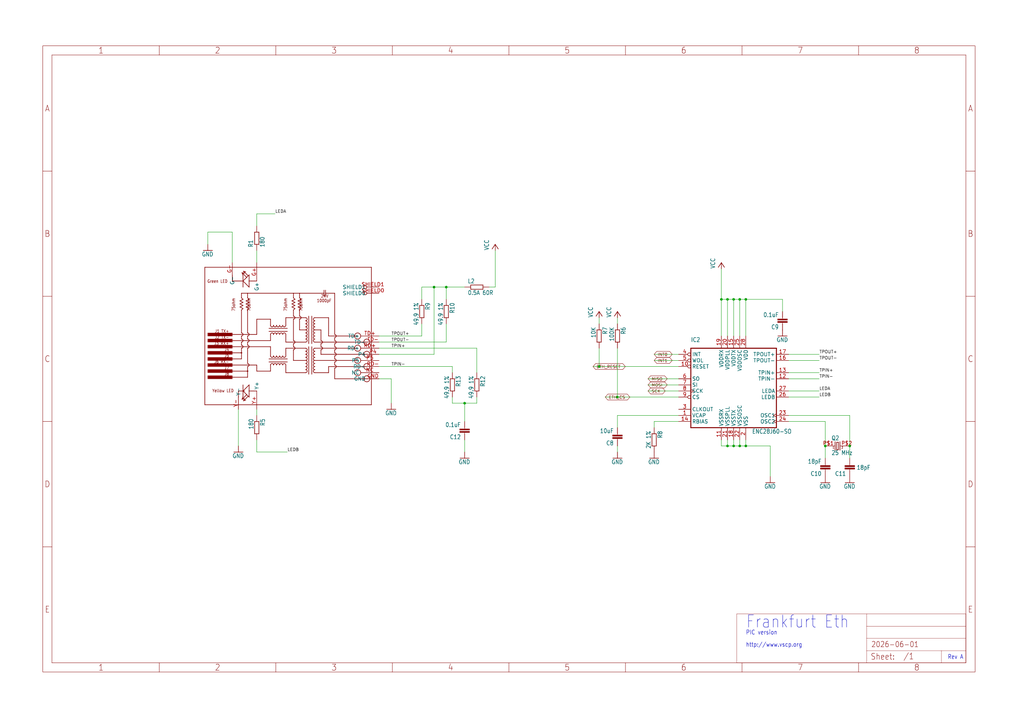
<source format=kicad_sch>
(kicad_sch (version 20250114) (generator "eeschema") (generator_version "9.0")
  (paper "User" 425.45 298.602)
  (lib_symbols
    (symbol "frankfurt_eth_pic-eagle-import:A3L-LOC"
      (symbol "A3L-LOC_1_0"
        (text "A" (at 1.905 234.315 0) (effects (font (size 2.54 2.286))))
        (text "B" (at 1.905 182.245 0) (effects (font (size 2.54 2.286))))
        (text "C" (at 1.905 130.175 0) (effects (font (size 2.54 2.286))))
        (text "D" (at 1.905 78.105 0) (effects (font (size 2.54 2.286))))
        (text "E" (at 1.905 26.035 0) (effects (font (size 2.54 2.286))))
        (text "1" (at 24.2094 258.445 0) (effects (font (size 2.54 2.286))))
        (text "1" (at 24.2094 1.905 0) (effects (font (size 2.54 2.286))))
        (text "2" (at 72.6281 258.445 0) (effects (font (size 2.54 2.286))))
        (text "2" (at 72.6281 1.905 0) (effects (font (size 2.54 2.286))))
        (text "3" (at 121.0469 258.445 0) (effects (font (size 2.54 2.286))))
        (text "3" (at 121.0469 1.905 0) (effects (font (size 2.54 2.286))))
        (text "4" (at 169.4656 258.445 0) (effects (font (size 2.54 2.286))))
        (text "4" (at 169.4656 1.905 0) (effects (font (size 2.54 2.286))))
        (text "5" (at 217.8844 258.445 0) (effects (font (size 2.54 2.286))))
        (text "5" (at 217.8844 1.905 0) (effects (font (size 2.54 2.286))))
        (text "6" (at 266.3031 258.445 0) (effects (font (size 2.54 2.286))))
        (text "6" (at 266.3031 1.905 0) (effects (font (size 2.54 2.286))))
        (text "7" (at 314.7219 258.445 0) (effects (font (size 2.54 2.286))))
        (text "7" (at 314.7219 1.905 0) (effects (font (size 2.54 2.286))))
        (text "Sheet:" (at 343.916 4.953 0) (effects (font (size 2.54 2.159)) (justify left bottom)))
        (text "${PROJECTNAME}" (at 344.17 15.24 0) (effects (font (size 2.54 2.159)) (justify left bottom)))
        (text "${CURRENT_DATE}" (at 344.17 10.16 0) (effects (font (size 2.286 1.9431)) (justify left bottom)))
        (text "${#}/${##}" (at 357.505 5.08 0) (effects (font (size 2.54 2.159)) (justify left bottom)))
        (text "8" (at 363.1406 258.445 0) (effects (font (size 2.54 2.286))))
        (text "8" (at 363.1406 1.905 0) (effects (font (size 2.54 2.286))))
        (text "A" (at 385.445 234.315 0) (effects (font (size 2.54 2.286))))
        (text "B" (at 385.445 182.245 0) (effects (font (size 2.54 2.286))))
        (text "C" (at 385.445 130.175 0) (effects (font (size 2.54 2.286))))
        (text "D" (at 385.445 78.105 0) (effects (font (size 2.54 2.286))))
        (text "E" (at 385.445 26.035 0) (effects (font (size 2.54 2.286))))
      )
    )
    (symbol "frankfurt_eth_pic-eagle-import:C-EUC0805"
      (property "Reference" "C" (at 1.524 0.381 0))
      (symbol "C-EUC0805_1_0"
        (pin passive line (at 0 2.54 270) (length 2.54) (name "1") (number "1"))
        (pin passive line (at 0 -5.08 90) (length 2.54) (name "2") (number "2"))
      )
    )
    (symbol "frankfurt_eth_pic-eagle-import:ENC28J60-SO"
      (property "Reference" "IC" (at -20.32 22.86 0))
      (symbol "ENC28J60-SO_1_0"
        (pin output inverted (at -25.4 17.78 0) (length 5.08) (name "INT") (number "4"))
        (pin output inverted (at -25.4 15.24 0) (length 5.08) (name "WOL") (number "5"))
        (pin input inverted (at -25.4 12.7 0) (length 5.08) (name "RESET") (number "10"))
        (pin output line (at -25.4 7.62 0) (length 5.08) (name "SO") (number "6"))
        (pin input line (at -25.4 5.08 0) (length 5.08) (name "SI") (number "7"))
        (pin input clock (at -25.4 2.54 0) (length 5.08) (name "SCK") (number "8"))
        (pin input inverted (at -25.4 0 0) (length 5.08) (name "CS") (number "9"))
        (pin output line (at -25.4 -5.08 0) (length 5.08) (name "CLKOUT") (number "3"))
        (pin power_in line (at -25.4 -7.62 0) (length 5.08) (name "VCAP") (number "1"))
        (pin passive line (at -25.4 -10.16 0) (length 5.08) (name "RBIAS") (number "14"))
        (pin power_in line (at -7.62 25.4 270) (length 5.08) (name "VDDRX") (number "19"))
        (pin power_in line (at -7.62 -17.78 90) (length 5.08) (name "VSSRX") (number "11"))
        (pin power_in line (at -5.08 25.4 270) (length 5.08) (name "VDDPLL") (number "20"))
        (pin power_in line (at -5.08 -17.78 90) (length 5.08) (name "VSSPLL") (number "21"))
        (pin power_in line (at -2.54 25.4 270) (length 5.08) (name "VDDTX") (number "15"))
        (pin power_in line (at -2.54 -17.78 90) (length 5.08) (name "VSSTX") (number "18"))
        (pin power_in line (at 0 25.4 270) (length 5.08) (name "VDDOSC") (number "25"))
        (pin power_in line (at 0 -17.78 90) (length 5.08) (name "VSSOSC") (number "22"))
        (pin power_in line (at 2.54 25.4 270) (length 5.08) (name "VDD") (number "28"))
        (pin power_in line (at 2.54 -17.78 90) (length 5.08) (name "VSS") (number "2"))
        (pin output line (at 20.32 17.78 180) (length 5.08) (name "TPOUT+") (number "17"))
        (pin output line (at 20.32 15.24 180) (length 5.08) (name "TPOUT-") (number "16"))
        (pin input line (at 20.32 10.16 180) (length 5.08) (name "TPIN+") (number "13"))
        (pin input line (at 20.32 7.62 180) (length 5.08) (name "TPIN-") (number "12"))
        (pin output line (at 20.32 2.54 180) (length 5.08) (name "LEDA") (number "27"))
        (pin output line (at 20.32 0 180) (length 5.08) (name "LEDB") (number "26"))
        (pin input clock (at 20.32 -7.62 180) (length 5.08) (name "OSC1") (number "23"))
        (pin output clock (at 20.32 -10.16 180) (length 5.08) (name "OSC2") (number "24"))
      )
    )
    (symbol "frankfurt_eth_pic-eagle-import:GND" (power)
      (symbol "GND_1_0"
        (pin power_in line (at 0 2.54 270) (length 2.54) (name "GND") (number "1"))
      )
    )
    (symbol "frankfurt_eth_pic-eagle-import:HC-49S"
      (symbol "HC-49S_1_0"
        (text "1" (at -2.159 -1.143 0) (effects (font (size 0.8636 0.734)) (justify left bottom)))
        (text "2" (at 1.524 -1.143 0) (effects (font (size 0.8636 0.734)) (justify left bottom)))
        (pin passive line (at -5.08 0 0) (length 2.54) (name "1") (number "P$1"))
        (pin passive line (at 5.08 0 180) (length 2.54) (name "2") (number "P$2"))
      )
    )
    (symbol "frankfurt_eth_pic-eagle-import:HR911105A"
      (symbol "HR911105A_1_0"
        (text "1000pF" (at -46.355 -13.97 0) (effects (font (size 1.27 1.0795)) (justify left bottom)))
        (text "2KV" (at -45.085 -15.875 0) (effects (font (size 1.27 1.0795)) (justify left bottom)))
        (text "75ohm" (at -34.29 -15.875 900) (effects (font (size 1.27 1.0795)) (justify left bottom)))
        (text "75ohm" (at -27.94 -15.875 900) (effects (font (size 1.27 1.0795)) (justify left bottom)))
        (text "75ohm" (at -12.7 -15.875 900) (effects (font (size 1.27 1.0795)) (justify left bottom)))
        (text "75ohm" (at -6.35 -15.875 900) (effects (font (size 1.27 1.0795)) (justify left bottom)))
        (text "Yellow LED" (at -5.715 23.495 0) (effects (font (size 1.27 1.0795)) (justify left bottom)))
        (text "J8" (at -3.81 16.51 0) (effects (font (size 1.27 1.0795)) (justify left bottom)))
        (text "J7" (at -3.81 13.97 0) (effects (font (size 1.27 1.0795)) (justify left bottom)))
        (text "J6 RX-" (at -3.81 11.43 0) (effects (font (size 1.27 1.0795)) (justify left bottom)))
        (text "J5" (at -3.81 8.89 0) (effects (font (size 1.27 1.0795)) (justify left bottom)))
        (text "J4" (at -3.81 6.35 0) (effects (font (size 1.27 1.0795)) (justify left bottom)))
        (text "J3 RX+" (at -3.81 3.81 0) (effects (font (size 1.27 1.0795)) (justify left bottom)))
        (text "J2 TX-" (at -3.81 1.27 0) (effects (font (size 1.27 1.0795)) (justify left bottom)))
        (text "J1 TX+" (at -3.81 -1.27 0) (effects (font (size 1.27 1.0795)) (justify left bottom)))
        (text "Green LED" (at -3.175 -23.495 0) (effects (font (size 1.27 1.0795)) (justify left top)))
        (pin bidirectional line (at -66.04 17.78 0) (length 5.08) (name "GND") (number "GND"))
        (pin bidirectional line (at -66.04 15.24 0) (length 7.62) (name "NC") (number "NC"))
        (pin bidirectional line (at -66.04 12.7 0) (length 5.08) (name "RD-") (number "RD-"))
        (pin bidirectional line (at -66.04 10.16 0) (length 7.62) (name "P5") (number "P5"))
        (pin bidirectional line (at -66.04 7.62 0) (length 5.08) (name "P4") (number "P4"))
        (pin bidirectional line (at -66.04 5.08 0) (length 7.62) (name "RD+") (number "RD+"))
        (pin bidirectional line (at -66.04 2.54 0) (length 5.08) (name "TD-") (number "TD-"))
        (pin bidirectional line (at -66.04 0 0) (length 7.62) (name "TD+") (number "TD+"))
        (pin bidirectional line (at -66.04 -17.78 0) (length 5.08) (name "SHIELD0") (number "SHIELD0"))
        (pin bidirectional line (at -66.04 -20.32 0) (length 5.08) (name "SHIELD1") (number "SHIELD1"))
        (pin bidirectional line (at -15.24 30.48 270) (length 7.62) (name "Y+") (number "Y+"))
        (pin bidirectional line (at -15.24 -30.48 90) (length 7.62) (name "G+") (number "G+"))
        (pin bidirectional line (at -7.62 30.48 270) (length 5.08) (name "Y-") (number "Y-"))
        (pin bidirectional line (at -5.08 -30.48 90) (length 5.08) (name "G-") (number "G-"))
      )
    )
    (symbol "frankfurt_eth_pic-eagle-import:R-EU_R0805"
      (property "Reference" "R" (at -3.81 1.4986 0))
      (symbol "R-EU_R0805_1_0"
        (pin passive line (at -5.08 0 0) (length 2.54) (name "1") (number "1"))
        (pin passive line (at 5.08 0 180) (length 2.54) (name "2") (number "2"))
      )
    )
    (symbol "frankfurt_eth_pic-eagle-import:VCC" (power)
      (symbol "VCC_1_0"
        (pin power_in line (at 0 -2.54 90) (length 2.54) (name "VCC") (number "1"))
      )
    )
  )
  (text "Rev A" (at 393.7 274.32 0) (effects (font (size 1.778 1.5113)) (justify left bottom)))
  (text "Frankfurt Eth" (at 309.88 261.62 0) (effects (font (size 5.08 4.318)) (justify left bottom)))
  (text "PIC version" (at 309.88 264.16 0) (effects (font (size 1.778 1.5113)) (justify left bottom)))
  (text "http://www.vscp.org" (at 309.88 269.24 0) (effects (font (size 1.778 1.5113)) (justify left bottom)))
  (junction (at 248.92 152.4))
  (junction (at 342.9 185.42))
  (junction (at 185.42 119.38))
  (junction (at 307.34 185.42))
  (junction (at 304.8 185.42))
  (junction (at 302.26 185.42))
  (junction (at 309.88 124.46))
  (junction (at 309.88 185.42))
  (junction (at 307.34 124.46))
  (junction (at 353.06 185.42))
  (junction (at 193.04 167.64))
  (junction (at 180.34 119.38))
  (junction (at 302.26 124.46))
  (junction (at 256.54 165.1))
  (junction (at 304.8 124.46))
  (junction (at 299.72 124.46))
  (wire (pts (xy 299.72 124.46) (xy 299.72 111.76)) (stroke (width 0.1524)))
  (wire (pts (xy 198.12 144.78) (xy 198.12 154.94)) (stroke (width 0.1524)))
  (wire (pts (xy 327.66 172.72) (xy 353.06 172.72)) (stroke (width 0.1524)))
  (wire (pts (xy 96.52 96.52) (xy 86.36 96.52)) (stroke (width 0.1524)))
  (wire (pts (xy 325.12 129.54) (xy 325.12 124.46)) (stroke (width 0.1524)))
  (wire (pts (xy 309.88 185.42) (xy 307.34 185.42)) (stroke (width 0.1524)))
  (wire (pts (xy 193.04 187.96) (xy 193.04 182.88)) (stroke (width 0.1524)))
  (wire (pts (xy 327.66 162.56) (xy 340.36 162.56)) (stroke (width 0.1524)))
  (wire (pts (xy 342.9 175.26) (xy 342.9 185.42)) (stroke (width 0.1524)))
  (wire (pts (xy 157.48 142.24) (xy 185.42 142.24)) (stroke (width 0.1524)))
  (wire (pts (xy 180.34 147.32) (xy 180.34 119.38)) (stroke (width 0.1524)))
  (wire (pts (xy 304.8 185.42) (xy 302.26 185.42)) (stroke (width 0.1524)))
  (wire (pts (xy 271.78 147.32) (xy 281.94 147.32)) (stroke (width 0.1524)))
  (wire (pts (xy 193.04 119.38) (xy 185.42 119.38)) (stroke (width 0.1524)))
  (wire (pts (xy 256.54 165.1) (xy 251.46 165.1)) (stroke (width 0.1524)))
  (wire (pts (xy 86.36 96.52) (xy 86.36 101.6)) (stroke (width 0.1524)))
  (wire (pts (xy 281.94 149.86) (xy 271.78 149.86)) (stroke (width 0.1524)))
  (wire (pts (xy 299.72 185.42) (xy 299.72 182.88)) (stroke (width 0.1524)))
  (wire (pts (xy 157.48 157.48) (xy 162.56 157.48)) (stroke (width 0.1524)))
  (wire (pts (xy 302.26 139.7) (xy 302.26 124.46)) (stroke (width 0.1524)))
  (wire (pts (xy 106.68 109.22) (xy 106.68 104.14)) (stroke (width 0.1524)))
  (wire (pts (xy 302.26 182.88) (xy 302.26 185.42)) (stroke (width 0.1524)))
  (wire (pts (xy 327.66 175.26) (xy 342.9 175.26)) (stroke (width 0.1524)))
  (wire (pts (xy 309.88 124.46) (xy 307.34 124.46)) (stroke (width 0.1524)))
  (wire (pts (xy 256.54 172.72) (xy 256.54 177.8)) (stroke (width 0.1524)))
  (wire (pts (xy 180.34 119.38) (xy 175.26 119.38)) (stroke (width 0.1524)))
  (wire (pts (xy 309.88 139.7) (xy 309.88 124.46)) (stroke (width 0.1524)))
  (wire (pts (xy 193.04 175.26) (xy 193.04 167.64)) (stroke (width 0.1524)))
  (wire (pts (xy 281.94 172.72) (xy 256.54 172.72)) (stroke (width 0.1524)))
  (wire (pts (xy 271.78 175.26) (xy 271.78 177.8)) (stroke (width 0.1524)))
  (wire (pts (xy 256.54 187.96) (xy 256.54 185.42)) (stroke (width 0.1524)))
  (wire (pts (xy 309.88 182.88) (xy 309.88 185.42)) (stroke (width 0.1524)))
  (wire (pts (xy 248.92 152.4) (xy 246.38 152.4)) (stroke (width 0.1524)))
  (wire (pts (xy 185.42 119.38) (xy 180.34 119.38)) (stroke (width 0.1524)))
  (wire (pts (xy 327.66 154.94) (xy 340.36 154.94)) (stroke (width 0.1524)))
  (wire (pts (xy 248.92 134.62) (xy 248.92 132.08)) (stroke (width 0.1524)))
  (wire (pts (xy 320.04 185.42) (xy 320.04 198.12)) (stroke (width 0.1524)))
  (wire (pts (xy 248.92 144.78) (xy 248.92 152.4)) (stroke (width 0.1524)))
  (wire (pts (xy 106.68 88.9) (xy 114.3 88.9)) (stroke (width 0.1524)))
  (wire (pts (xy 353.06 190.5) (xy 353.06 185.42)) (stroke (width 0.1524)))
  (wire (pts (xy 187.96 167.64) (xy 193.04 167.64)) (stroke (width 0.1524)))
  (wire (pts (xy 299.72 139.7) (xy 299.72 124.46)) (stroke (width 0.1524)))
  (wire (pts (xy 175.26 139.7) (xy 175.26 134.62)) (stroke (width 0.1524)))
  (wire (pts (xy 175.26 124.46) (xy 175.26 119.38)) (stroke (width 0.1524)))
  (wire (pts (xy 162.56 157.48) (xy 162.56 167.64)) (stroke (width 0.1524)))
  (wire (pts (xy 193.04 167.64) (xy 198.12 167.64)) (stroke (width 0.1524)))
  (wire (pts (xy 187.96 152.4) (xy 187.96 154.94)) (stroke (width 0.1524)))
  (wire (pts (xy 205.74 119.38) (xy 205.74 104.14)) (stroke (width 0.1524)))
  (wire (pts (xy 187.96 167.64) (xy 187.96 165.1)) (stroke (width 0.1524)))
  (wire (pts (xy 106.68 187.96) (xy 119.38 187.96)) (stroke (width 0.1524)))
  (wire (pts (xy 307.34 182.88) (xy 307.34 185.42)) (stroke (width 0.1524)))
  (wire (pts (xy 327.66 165.1) (xy 340.36 165.1)) (stroke (width 0.1524)))
  (wire (pts (xy 157.48 144.78) (xy 198.12 144.78)) (stroke (width 0.1524)))
  (wire (pts (xy 281.94 175.26) (xy 271.78 175.26)) (stroke (width 0.1524)))
  (wire (pts (xy 325.12 124.46) (xy 309.88 124.46)) (stroke (width 0.1524)))
  (wire (pts (xy 307.34 124.46) (xy 304.8 124.46)) (stroke (width 0.1524)))
  (wire (pts (xy 304.8 139.7) (xy 304.8 124.46)) (stroke (width 0.1524)))
  (wire (pts (xy 185.42 124.46) (xy 185.42 119.38)) (stroke (width 0.1524)))
  (wire (pts (xy 198.12 167.64) (xy 198.12 165.1)) (stroke (width 0.1524)))
  (wire (pts (xy 96.52 109.22) (xy 96.52 96.52)) (stroke (width 0.1524)))
  (wire (pts (xy 307.34 139.7) (xy 307.34 124.46)) (stroke (width 0.1524)))
  (wire (pts (xy 157.48 139.7) (xy 175.26 139.7)) (stroke (width 0.1524)))
  (wire (pts (xy 256.54 144.78) (xy 256.54 165.1)) (stroke (width 0.1524)))
  (wire (pts (xy 302.26 185.42) (xy 299.72 185.42)) (stroke (width 0.1524)))
  (wire (pts (xy 281.94 152.4) (xy 248.92 152.4)) (stroke (width 0.1524)))
  (wire (pts (xy 281.94 157.48) (xy 269.24 157.48)) (stroke (width 0.1524)))
  (wire (pts (xy 327.66 149.86) (xy 340.36 149.86)) (stroke (width 0.1524)))
  (wire (pts (xy 302.26 124.46) (xy 299.72 124.46)) (stroke (width 0.1524)))
  (wire (pts (xy 203.2 119.38) (xy 205.74 119.38)) (stroke (width 0.1524)))
  (wire (pts (xy 185.42 142.24) (xy 185.42 134.62)) (stroke (width 0.1524)))
  (wire (pts (xy 281.94 160.02) (xy 269.24 160.02)) (stroke (width 0.1524)))
  (wire (pts (xy 353.06 172.72) (xy 353.06 185.42)) (stroke (width 0.1524)))
  (wire (pts (xy 304.8 182.88) (xy 304.8 185.42)) (stroke (width 0.1524)))
  (wire (pts (xy 99.06 170.18) (xy 99.06 185.42)) (stroke (width 0.1524)))
  (wire (pts (xy 157.48 152.4) (xy 187.96 152.4)) (stroke (width 0.1524)))
  (wire (pts (xy 157.48 147.32) (xy 180.34 147.32)) (stroke (width 0.1524)))
  (wire (pts (xy 281.94 165.1) (xy 256.54 165.1)) (stroke (width 0.1524)))
  (wire (pts (xy 106.68 170.18) (xy 106.68 172.72)) (stroke (width 0.1524)))
  (wire (pts (xy 304.8 124.46) (xy 302.26 124.46)) (stroke (width 0.1524)))
  (wire (pts (xy 106.68 93.98) (xy 106.68 88.9)) (stroke (width 0.1524)))
  (wire (pts (xy 342.9 185.42) (xy 342.9 190.5)) (stroke (width 0.1524)))
  (wire (pts (xy 106.68 182.88) (xy 106.68 187.96)) (stroke (width 0.1524)))
  (wire (pts (xy 256.54 134.62) (xy 256.54 132.08)) (stroke (width 0.1524)))
  (wire (pts (xy 307.34 185.42) (xy 304.8 185.42)) (stroke (width 0.1524)))
  (wire (pts (xy 327.66 157.48) (xy 340.36 157.48)) (stroke (width 0.1524)))
  (wire (pts (xy 281.94 162.56) (xy 269.24 162.56)) (stroke (width 0.1524)))
  (wire (pts (xy 327.66 147.32) (xy 340.36 147.32)) (stroke (width 0.1524)))
  (wire (pts (xy 320.04 185.42) (xy 309.88 185.42)) (stroke (width 0.1524)))
  (label "LEDA" (at 340.36 162.56 0) (effects (font (size 1.2446 1.2446))))
  (label "TPOUT-" (at 162.56 142.24 0) (effects (font (size 1.2446 1.2446))))
  (label "LEDB" (at 119.38 187.96 0) (effects (font (size 1.2446 1.2446))))
  (label "TPOUT+" (at 340.36 147.32 0) (effects (font (size 1.2446 1.2446))))
  (label "TPIN-" (at 162.56 152.4 0) (effects (font (size 1.2446 1.2446))))
  (label "TPOUT+" (at 162.56 139.7 0) (effects (font (size 1.2446 1.2446))))
  (label "TPIN+" (at 340.36 154.94 0) (effects (font (size 1.2446 1.2446))))
  (label "LEDB" (at 340.36 165.1 0) (effects (font (size 1.2446 1.2446))))
  (label "TPOUT-" (at 340.36 149.86 0) (effects (font (size 1.2446 1.2446))))
  (label "TPIN-" (at 340.36 157.48 0) (effects (font (size 1.2446 1.2446))))
  (label "TPIN+" (at 162.56 144.78 0) (effects (font (size 1.2446 1.2446))))
  (label "LEDA" (at 114.3 88.9 0) (effects (font (size 1.2446 1.2446))))
  (global_label "INT1" (shape bidirectional) (at 271.78 149.86 0) (effects (font (size 1.2446 1.2446))) (property "Intersheetrefs" "${INTERSHEET_REFS}" (effects (hide yes))))
  (global_label "SCK" (shape bidirectional) (at 269.24 162.56 0) (effects (font (size 1.2446 1.2446))) (property "Intersheetrefs" "${INTERSHEET_REFS}" (effects (hide yes))))
  (global_label "MISO" (shape bidirectional) (at 269.24 157.48 0) (effects (font (size 1.2446 1.2446))) (property "Intersheetrefs" "${INTERSHEET_REFS}" (effects (hide yes))))
  (global_label "ETH_RESET" (shape bidirectional) (at 246.38 152.4 0) (effects (font (size 1.2446 1.2446))) (property "Intersheetrefs" "${INTERSHEET_REFS}" (effects (hide yes))))
  (global_label "MOSI" (shape bidirectional) (at 269.24 160.02 0) (effects (font (size 1.2446 1.2446))) (property "Intersheetrefs" "${INTERSHEET_REFS}" (effects (hide yes))))
  (global_label "INT0" (shape bidirectional) (at 271.78 147.32 0) (effects (font (size 1.2446 1.2446))) (property "Intersheetrefs" "${INTERSHEET_REFS}" (effects (hide yes))))
  (global_label "ETH_CS" (shape bidirectional) (at 251.46 165.1 0) (effects (font (size 1.2446 1.2446))) (property "Intersheetrefs" "${INTERSHEET_REFS}" (effects (hide yes))))
  (symbol (lib_id "frankfurt_eth_pic-eagle-import:GND") (at 256.54 190.5 0) (unit 1)
    (property "Reference" "#GND18" (effects (hide yes)))
    (property "Value" "GND" (at 254 193.04 0) (effects (font (size 1.778 1.5113)) (justify left bottom)))
  )
  (symbol (lib_id "frankfurt_eth_pic-eagle-import:HC-49S") (at 347.98 185.42 0) (unit 1)
    (property "Reference" "Q2" (at 345.44 183.134 0) (effects (font (size 1.778 1.5113)) (justify left bottom)))
    (property "Value" "25 MHz" (at 345.44 189.23 0) (effects (font (size 1.778 1.5113)) (justify left bottom)))
    (property "Footprint" "frankfurt_eth_pic:9C" (effects (hide yes)))
  )
  (symbol (lib_id "frankfurt_eth_pic-eagle-import:GND") (at 320.04 200.66 0) (unit 1)
    (property "Reference" "#GND21" (effects (hide yes)))
    (property "Value" "GND" (at 317.5 203.2 0) (effects (font (size 1.778 1.5113)) (justify left bottom)))
  )
  (symbol (lib_id "frankfurt_eth_pic-eagle-import:GND") (at 342.9 200.66 0) (unit 1)
    (property "Reference" "#GND22" (effects (hide yes)))
    (property "Value" "GND" (at 340.36 203.2 0) (effects (font (size 1.778 1.5113)) (justify left bottom)))
  )
  (symbol (lib_id "frankfurt_eth_pic-eagle-import:R-EU_R0805") (at 198.12 119.38 0) (unit 1)
    (property "Reference" "L2" (at 194.31 117.8814 0) (effects (font (size 1.778 1.5113)) (justify left bottom)))
    (property "Value" "0.5A 60R" (at 194.31 122.682 0) (effects (font (size 1.778 1.5113)) (justify left bottom)))
    (property "Footprint" "frankfurt_eth_pic:R0805" (effects (hide yes)))
  )
  (symbol (lib_id "frankfurt_eth_pic-eagle-import:HR911105A") (at 91.44 139.7 180) (unit 1)
    (property "Reference" "RJ1" (effects (hide yes)))
    (property "Value" "HR911105A" (effects (hide yes)))
    (property "Footprint" "frankfurt_eth_pic:HR911105A" (effects (hide yes)))
  )
  (symbol (lib_id "frankfurt_eth_pic-eagle-import:VCC") (at 248.92 129.54 0) (unit 1)
    (property "Reference" "#P+2" (effects (hide yes)))
    (property "Value" "VCC" (at 246.38 132.08 90) (effects (font (size 1.778 1.5113)) (justify left bottom)))
  )
  (symbol (lib_id "frankfurt_eth_pic-eagle-import:R-EU_R0805") (at 256.54 139.7 270) (unit 1)
    (property "Reference" "R6" (at 258.0386 135.89 0) (effects (font (size 1.778 1.5113)) (justify left bottom)))
    (property "Value" "100K" (at 253.238 135.89 0) (effects (font (size 1.778 1.5113)) (justify left bottom)))
    (property "Footprint" "frankfurt_eth_pic:R0805" (effects (hide yes)))
  )
  (symbol (lib_id "frankfurt_eth_pic-eagle-import:VCC") (at 256.54 129.54 0) (unit 1)
    (property "Reference" "#P+5" (effects (hide yes)))
    (property "Value" "VCC" (at 254 132.08 90) (effects (font (size 1.778 1.5113)) (justify left bottom)))
  )
  (symbol (lib_id "frankfurt_eth_pic-eagle-import:C-EUC0805") (at 353.06 195.58 180) (unit 1)
    (property "Reference" "C11" (at 351.536 195.961 0) (effects (font (size 1.778 1.5113)) (justify left bottom)))
    (property "Value" "18pF" (at 361.696 193.421 0) (effects (font (size 1.778 1.5113)) (justify left bottom)))
    (property "Footprint" "frankfurt_eth_pic:C0805" (effects (hide yes)))
  )
  (symbol (lib_id "frankfurt_eth_pic-eagle-import:GND") (at 86.36 104.14 0) (unit 1)
    (property "Reference" "#GND17" (effects (hide yes)))
    (property "Value" "GND" (at 83.82 106.68 0) (effects (font (size 1.778 1.5113)) (justify left bottom)))
  )
  (symbol (lib_id "frankfurt_eth_pic-eagle-import:ENC28J60-SO") (at 307.34 165.1 0) (unit 1)
    (property "Reference" "IC2" (at 287.02 142.24 0) (effects (font (size 1.778 1.5113)) (justify left bottom)))
    (property "Value" "ENC28J60-SO" (at 312.42 180.34 0) (effects (font (size 1.778 1.5113)) (justify left bottom)))
    (property "Footprint" "frankfurt_eth_pic:SO28W" (effects (hide yes)))
  )
  (symbol (lib_id "frankfurt_eth_pic-eagle-import:R-EU_R0805") (at 106.68 99.06 90) (unit 1)
    (property "Reference" "R1" (at 105.1814 102.87 0) (effects (font (size 1.778 1.5113)) (justify left bottom)))
    (property "Value" "180" (at 109.982 102.87 0) (effects (font (size 1.778 1.5113)) (justify left bottom)))
    (property "Footprint" "frankfurt_eth_pic:R0805" (effects (hide yes)))
  )
  (symbol (lib_id "frankfurt_eth_pic-eagle-import:R-EU_R0805") (at 248.92 139.7 270) (unit 1)
    (property "Reference" "R7" (at 250.4186 135.89 0) (effects (font (size 1.778 1.5113)) (justify left bottom)))
    (property "Value" "10K" (at 245.618 135.89 0) (effects (font (size 1.778 1.5113)) (justify left bottom)))
    (property "Footprint" "frankfurt_eth_pic:R0805" (effects (hide yes)))
  )
  (symbol (lib_id "frankfurt_eth_pic-eagle-import:R-EU_R0805") (at 271.78 182.88 270) (unit 1)
    (property "Reference" "R8" (at 273.2786 179.07 0) (effects (font (size 1.778 1.5113)) (justify left bottom)))
    (property "Value" "2K 1%" (at 268.478 179.07 0) (effects (font (size 1.778 1.5113)) (justify left bottom)))
    (property "Footprint" "frankfurt_eth_pic:R0805" (effects (hide yes)))
  )
  (symbol (lib_id "frankfurt_eth_pic-eagle-import:R-EU_R0805") (at 187.96 160.02 270) (unit 1)
    (property "Reference" "R13" (at 189.4586 156.21 0) (effects (font (size 1.778 1.5113)) (justify left bottom)))
    (property "Value" "49.9 1%" (at 184.658 156.21 0) (effects (font (size 1.778 1.5113)) (justify left bottom)))
    (property "Footprint" "frankfurt_eth_pic:R0805" (effects (hide yes)))
  )
  (symbol (lib_id "frankfurt_eth_pic-eagle-import:GND") (at 325.12 139.7 0) (unit 1)
    (property "Reference" "#GND24" (effects (hide yes)))
    (property "Value" "GND" (at 322.58 142.24 0) (effects (font (size 1.778 1.5113)) (justify left bottom)))
  )
  (symbol (lib_id "frankfurt_eth_pic-eagle-import:C-EUC0805") (at 193.04 180.34 180) (unit 1)
    (property "Reference" "C12" (at 191.516 180.721 0) (effects (font (size 1.778 1.5113)) (justify left bottom)))
    (property "Value" "0.1uF" (at 191.516 175.641 0) (effects (font (size 1.778 1.5113)) (justify left bottom)))
    (property "Footprint" "frankfurt_eth_pic:C0805" (effects (hide yes)))
  )
  (symbol (lib_id "frankfurt_eth_pic-eagle-import:R-EU_R0805") (at 185.42 129.54 270) (unit 1)
    (property "Reference" "R10" (at 186.9186 125.73 0) (effects (font (size 1.778 1.5113)) (justify left bottom)))
    (property "Value" "49.9 1%" (at 182.118 125.73 0) (effects (font (size 1.778 1.5113)) (justify left bottom)))
    (property "Footprint" "frankfurt_eth_pic:R0805" (effects (hide yes)))
  )
  (symbol (lib_id "frankfurt_eth_pic-eagle-import:GND") (at 99.06 187.96 0) (unit 1)
    (property "Reference" "#GND2" (effects (hide yes)))
    (property "Value" "GND" (at 96.52 190.5 0) (effects (font (size 1.778 1.5113)) (justify left bottom)))
  )
  (symbol (lib_id "frankfurt_eth_pic-eagle-import:R-EU_R0805") (at 106.68 177.8 270) (unit 1)
    (property "Reference" "R5" (at 108.1786 173.99 0) (effects (font (size 1.778 1.5113)) (justify left bottom)))
    (property "Value" "180" (at 103.378 173.99 0) (effects (font (size 1.778 1.5113)) (justify left bottom)))
    (property "Footprint" "frankfurt_eth_pic:R0805" (effects (hide yes)))
  )
  (symbol (lib_id "frankfurt_eth_pic-eagle-import:GND") (at 271.78 190.5 0) (unit 1)
    (property "Reference" "#GND19" (effects (hide yes)))
    (property "Value" "GND" (at 269.24 193.04 0) (effects (font (size 1.778 1.5113)) (justify left bottom)))
  )
  (symbol (lib_id "frankfurt_eth_pic-eagle-import:GND") (at 193.04 190.5 0) (unit 1)
    (property "Reference" "#GND25" (effects (hide yes)))
    (property "Value" "GND" (at 190.5 193.04 0) (effects (font (size 1.778 1.5113)) (justify left bottom)))
  )
  (symbol (lib_id "frankfurt_eth_pic-eagle-import:C-EUC0805") (at 325.12 134.62 180) (unit 1)
    (property "Reference" "C9" (at 323.596 135.001 0) (effects (font (size 1.778 1.5113)) (justify left bottom)))
    (property "Value" "0.1uF" (at 323.596 129.921 0) (effects (font (size 1.778 1.5113)) (justify left bottom)))
    (property "Footprint" "frankfurt_eth_pic:C0805" (effects (hide yes)))
  )
  (symbol (lib_id "frankfurt_eth_pic-eagle-import:R-EU_R0805") (at 175.26 129.54 270) (unit 1)
    (property "Reference" "R9" (at 176.7586 125.73 0) (effects (font (size 1.778 1.5113)) (justify left bottom)))
    (property "Value" "49.9 1%" (at 171.958 125.73 0) (effects (font (size 1.778 1.5113)) (justify left bottom)))
    (property "Footprint" "frankfurt_eth_pic:R0805" (effects (hide yes)))
  )
  (symbol (lib_id "frankfurt_eth_pic-eagle-import:GND") (at 353.06 200.66 0) (unit 1)
    (property "Reference" "#GND23" (effects (hide yes)))
    (property "Value" "GND" (at 350.52 203.2 0) (effects (font (size 1.778 1.5113)) (justify left bottom)))
  )
  (symbol (lib_id "frankfurt_eth_pic-eagle-import:C-EUC0805") (at 342.9 195.58 180) (unit 1)
    (property "Reference" "C10" (at 341.376 195.961 0) (effects (font (size 1.778 1.5113)) (justify left bottom)))
    (property "Value" "18pF" (at 341.376 190.881 0) (effects (font (size 1.778 1.5113)) (justify left bottom)))
    (property "Footprint" "frankfurt_eth_pic:C0805" (effects (hide yes)))
  )
  (symbol (lib_id "frankfurt_eth_pic-eagle-import:VCC") (at 299.72 109.22 0) (unit 1)
    (property "Reference" "#P+10" (effects (hide yes)))
    (property "Value" "VCC" (at 297.18 111.76 90) (effects (font (size 1.778 1.5113)) (justify left bottom)))
  )
  (symbol (lib_id "frankfurt_eth_pic-eagle-import:C-EUC0805") (at 256.54 182.88 180) (unit 1)
    (property "Reference" "C8" (at 255.016 183.261 0) (effects (font (size 1.778 1.5113)) (justify left bottom)))
    (property "Value" "10uF" (at 255.016 178.181 0) (effects (font (size 1.778 1.5113)) (justify left bottom)))
    (property "Footprint" "frankfurt_eth_pic:C0805" (effects (hide yes)))
  )
  (symbol (lib_id "frankfurt_eth_pic-eagle-import:GND") (at 162.56 170.18 0) (unit 1)
    (property "Reference" "#GND29" (effects (hide yes)))
    (property "Value" "GND" (at 160.02 172.72 0) (effects (font (size 1.778 1.5113)) (justify left bottom)))
  )
  (symbol (lib_id "frankfurt_eth_pic-eagle-import:VCC") (at 205.74 101.6 0) (unit 1)
    (property "Reference" "#P+11" (effects (hide yes)))
    (property "Value" "VCC" (at 203.2 104.14 90) (effects (font (size 1.778 1.5113)) (justify left bottom)))
  )
  (symbol (lib_id "frankfurt_eth_pic-eagle-import:A3L-LOC") (at 17.78 279.4 0) (unit 1)
    (property "Reference" "#FRAME2" (effects (hide yes)))
    (property "Value" "A3L-LOC" (effects (hide yes)))
  )
  (symbol (lib_id "frankfurt_eth_pic-eagle-import:R-EU_R0805") (at 198.12 160.02 270) (unit 1)
    (property "Reference" "R12" (at 199.6186 156.21 0) (effects (font (size 1.778 1.5113)) (justify left bottom)))
    (property "Value" "49.9 1%" (at 194.818 156.21 0) (effects (font (size 1.778 1.5113)) (justify left bottom)))
    (property "Footprint" "frankfurt_eth_pic:R0805" (effects (hide yes)))
  )
)
</source>
